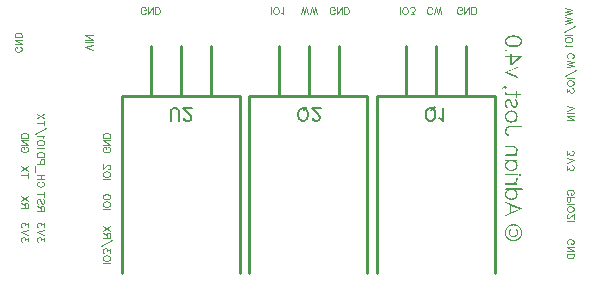
<source format=gbo>
G04 Layer: BottomSilkLayer*
G04 EasyEDA v6.3.53, 2020-07-05T11:12:03+02:00*
G04 cde15f3eeb0949078ea0d990088cac7f,f7dd187871414131b8e6a9aac608ee48,10*
G04 Gerber Generator version 0.2*
G04 Scale: 100 percent, Rotated: No, Reflected: No *
G04 Dimensions in millimeters *
G04 leading zeros omitted , absolute positions ,3 integer and 3 decimal *
%FSLAX33Y33*%
%MOMM*%
G90*
G71D02*

%ADD10C,0.254000*%
%ADD34C,0.076200*%
%ADD35C,0.152400*%

%LPD*%
G54D10*
G01X32529Y14947D02*
G01X32529Y-53D01*
G01X22529Y14947D02*
G01X32529Y14947D01*
G01X22529Y14947D02*
G01X22529Y-53D01*
G01X25019Y15113D02*
G01X25019Y19177D01*
G01X27559Y15113D02*
G01X27559Y19177D01*
G01X30099Y15113D02*
G01X30099Y19177D01*
G01X21734Y14947D02*
G01X21734Y-53D01*
G01X11734Y14947D02*
G01X21734Y14947D01*
G01X11734Y14947D02*
G01X11734Y-53D01*
G01X14224Y15113D02*
G01X14224Y19177D01*
G01X16764Y15113D02*
G01X16764Y19177D01*
G01X19304Y15113D02*
G01X19304Y19177D01*
G01X43324Y14947D02*
G01X43324Y-53D01*
G01X33324Y14947D02*
G01X43324Y14947D01*
G01X33324Y14947D02*
G01X33324Y-53D01*
G01X35814Y15113D02*
G01X35814Y19177D01*
G01X38354Y15113D02*
G01X38354Y19177D01*
G01X40894Y15113D02*
G01X40894Y19177D01*

%LPD*%
G36*
G01X45009Y20047D02*
G01X44907Y20050D01*
G01X44805Y20047D01*
G01X44709Y20036D01*
G01X44617Y20019D01*
G01X44531Y19994D01*
G01X44383Y19924D01*
G01X44272Y19827D01*
G01X44199Y19703D01*
G01X44175Y19555D01*
G01X44200Y19408D01*
G01X44272Y19286D01*
G01X44383Y19190D01*
G01X44531Y19121D01*
G01X44617Y19096D01*
G01X44709Y19078D01*
G01X44805Y19068D01*
G01X44907Y19065D01*
G01X45009Y19068D01*
G01X45106Y19078D01*
G01X45197Y19095D01*
G01X45283Y19118D01*
G01X45430Y19187D01*
G01X45542Y19283D01*
G01X45614Y19407D01*
G01X45638Y19555D01*
G01X45615Y19703D01*
G01X45544Y19827D01*
G01X45432Y19924D01*
G01X45283Y19994D01*
G01X45197Y20019D01*
G01X45106Y20036D01*
G01X45009Y20047D01*
G37*

%LPC*%
G36*
G01X45039Y19912D02*
G01X44907Y19918D01*
G01X44774Y19912D01*
G01X44657Y19895D01*
G01X44553Y19865D01*
G01X44465Y19824D01*
G01X44343Y19710D01*
G01X44302Y19555D01*
G01X44343Y19402D01*
G01X44465Y19288D01*
G01X44553Y19247D01*
G01X44657Y19218D01*
G01X44774Y19200D01*
G01X44907Y19194D01*
G01X45039Y19200D01*
G01X45158Y19218D01*
G01X45261Y19247D01*
G01X45351Y19288D01*
G01X45473Y19402D01*
G01X45514Y19555D01*
G01X45473Y19710D01*
G01X45351Y19824D01*
G01X45261Y19865D01*
G01X45158Y19895D01*
G01X45039Y19912D01*
G37*

%LPD*%
G36*
G01X44317Y18846D02*
G01X44274Y18846D01*
G01X44257Y18845D01*
G01X44242Y18842D01*
G01X44228Y18836D01*
G01X44216Y18829D01*
G01X44207Y18818D01*
G01X44201Y18806D01*
G01X44197Y18792D01*
G01X44196Y18775D01*
G01X44196Y18760D01*
G01X44197Y18744D01*
G01X44201Y18730D01*
G01X44207Y18719D01*
G01X44216Y18709D01*
G01X44228Y18700D01*
G01X44242Y18694D01*
G01X44257Y18690D01*
G01X44274Y18689D01*
G01X44317Y18689D01*
G01X44334Y18690D01*
G01X44349Y18694D01*
G01X44362Y18700D01*
G01X44373Y18709D01*
G01X44382Y18719D01*
G01X44389Y18730D01*
G01X44393Y18744D01*
G01X44394Y18760D01*
G01X44394Y18775D01*
G01X44393Y18792D01*
G01X44389Y18806D01*
G01X44382Y18818D01*
G01X44373Y18829D01*
G01X44362Y18836D01*
G01X44349Y18842D01*
G01X44334Y18845D01*
G01X44317Y18846D01*
G37*

%LPD*%
G36*
G01X44703Y18497D02*
G01X44691Y18498D01*
G01X44680Y18497D01*
G01X44669Y18494D01*
G01X44659Y18488D01*
G01X44650Y18481D01*
G01X44644Y18472D01*
G01X44639Y18463D01*
G01X44636Y18452D01*
G01X44635Y18440D01*
G01X44635Y18303D01*
G01X44256Y18303D01*
G01X44244Y18302D01*
G01X44233Y18298D01*
G01X44222Y18293D01*
G01X44213Y18285D01*
G01X44206Y18276D01*
G01X44200Y18265D01*
G01X44197Y18254D01*
G01X44196Y18242D01*
G01X44197Y18229D01*
G01X44200Y18217D01*
G01X44206Y18207D01*
G01X44213Y18199D01*
G01X44222Y18191D01*
G01X44233Y18185D01*
G01X44244Y18182D01*
G01X44256Y18181D01*
G01X44635Y18181D01*
G01X44635Y17584D01*
G01X44636Y17573D01*
G01X44639Y17562D01*
G01X44645Y17551D01*
G01X44653Y17541D01*
G01X44663Y17533D01*
G01X44675Y17528D01*
G01X44686Y17524D01*
G01X44698Y17523D01*
G01X44710Y17524D01*
G01X44720Y17527D01*
G01X44730Y17532D01*
G01X44739Y17538D01*
G01X45593Y18191D01*
G01X45604Y18201D01*
G01X45612Y18212D01*
G01X45616Y18226D01*
G01X45618Y18242D01*
G01X45617Y18255D01*
G01X45613Y18267D01*
G01X45608Y18278D01*
G01X45600Y18288D01*
G01X45591Y18294D01*
G01X45580Y18299D01*
G01X45569Y18302D01*
G01X45557Y18303D01*
G01X44749Y18303D01*
G01X44749Y18440D01*
G01X44748Y18452D01*
G01X44745Y18463D01*
G01X44739Y18472D01*
G01X44731Y18481D01*
G01X44723Y18488D01*
G01X44714Y18494D01*
G01X44703Y18497D01*
G37*

%LPC*%
G36*
G01X45399Y18181D02*
G01X44749Y18181D01*
G01X44749Y17691D01*
G01X45399Y18181D01*
G37*

%LPD*%
G36*
G01X45215Y17380D02*
G01X45204Y17381D01*
G01X45186Y17379D01*
G01X45177Y17377D01*
G01X45168Y17373D01*
G01X44234Y16974D01*
G01X44226Y16970D01*
G01X44219Y16965D01*
G01X44212Y16959D01*
G01X44206Y16951D01*
G01X44201Y16944D01*
G01X44198Y16936D01*
G01X44196Y16929D01*
G01X44196Y16921D01*
G01X44195Y16911D01*
G01X44196Y16901D01*
G01X44199Y16892D01*
G01X44203Y16883D01*
G01X44209Y16876D01*
G01X44216Y16870D01*
G01X44224Y16864D01*
G01X44234Y16860D01*
G01X45168Y16459D01*
G01X45171Y16459D01*
G01X45174Y16458D01*
G01X45185Y16455D01*
G01X45189Y16454D01*
G01X45196Y16454D01*
G01X45208Y16455D01*
G01X45220Y16457D01*
G01X45230Y16462D01*
G01X45239Y16469D01*
G01X45247Y16477D01*
G01X45253Y16488D01*
G01X45256Y16500D01*
G01X45257Y16515D01*
G01X45256Y16524D01*
G01X45254Y16533D01*
G01X45250Y16542D01*
G01X45245Y16550D01*
G01X45239Y16557D01*
G01X45225Y16569D01*
G01X45217Y16573D01*
G01X44394Y16918D01*
G01X45217Y17266D01*
G01X45225Y17270D01*
G01X45239Y17282D01*
G01X45245Y17289D01*
G01X45250Y17297D01*
G01X45254Y17306D01*
G01X45255Y17315D01*
G01X45255Y17325D01*
G01X45254Y17335D01*
G01X45251Y17345D01*
G01X45246Y17354D01*
G01X45239Y17363D01*
G01X45232Y17371D01*
G01X45224Y17376D01*
G01X45215Y17380D01*
G37*

%LPD*%
G36*
G01X44230Y15745D02*
G01X44201Y15748D01*
G01X44173Y15745D01*
G01X44144Y15740D01*
G01X44115Y15730D01*
G01X44086Y15717D01*
G01X44058Y15702D01*
G01X44033Y15685D01*
G01X44012Y15665D01*
G01X43992Y15643D01*
G01X43976Y15622D01*
G01X43964Y15600D01*
G01X43957Y15578D01*
G01X43954Y15557D01*
G01X43955Y15546D01*
G01X43957Y15536D01*
G01X43960Y15527D01*
G01X43964Y15519D01*
G01X43971Y15512D01*
G01X43979Y15508D01*
G01X43988Y15505D01*
G01X43997Y15504D01*
G01X44007Y15504D01*
G01X44015Y15506D01*
G01X44022Y15509D01*
G01X44028Y15514D01*
G01X44031Y15519D01*
G01X44035Y15527D01*
G01X44038Y15535D01*
G01X44041Y15544D01*
G01X44044Y15555D01*
G01X44048Y15564D01*
G01X44051Y15571D01*
G01X44053Y15577D01*
G01X44061Y15591D01*
G01X44071Y15602D01*
G01X44082Y15612D01*
G01X44094Y15621D01*
G01X44108Y15627D01*
G01X44123Y15632D01*
G01X44139Y15635D01*
G01X44155Y15636D01*
G01X44166Y15635D01*
G01X44175Y15633D01*
G01X44183Y15629D01*
G01X44190Y15623D01*
G01X44197Y15616D01*
G01X44202Y15608D01*
G01X44205Y15600D01*
G01X44206Y15590D01*
G01X44205Y15575D01*
G01X44201Y15562D01*
G01X44196Y15548D01*
G01X44188Y15537D01*
G01X44199Y15526D01*
G01X44210Y15518D01*
G01X44222Y15513D01*
G01X44236Y15511D01*
G01X44253Y15514D01*
G01X44270Y15521D01*
G01X44285Y15533D01*
G01X44300Y15549D01*
G01X44312Y15568D01*
G01X44320Y15587D01*
G01X44326Y15607D01*
G01X44328Y15628D01*
G01X44326Y15654D01*
G01X44319Y15676D01*
G01X44309Y15697D01*
G01X44295Y15714D01*
G01X44276Y15729D01*
G01X44254Y15739D01*
G01X44230Y15745D01*
G37*

%LPD*%
G36*
G01X45182Y15365D02*
G01X45171Y15367D01*
G01X45159Y15365D01*
G01X45148Y15362D01*
G01X45138Y15356D01*
G01X45130Y15349D01*
G01X45124Y15341D01*
G01X45119Y15331D01*
G01X45116Y15320D01*
G01X45115Y15308D01*
G01X45115Y15105D01*
G01X44434Y15105D01*
G01X44399Y15106D01*
G01X44370Y15112D01*
G01X44347Y15121D01*
G01X44330Y15133D01*
G01X44318Y15149D01*
G01X44309Y15167D01*
G01X44304Y15187D01*
G01X44302Y15209D01*
G01X44304Y15223D01*
G01X44305Y15231D01*
G01X44309Y15248D01*
G01X44311Y15255D01*
G01X44312Y15262D01*
G01X44312Y15267D01*
G01X44311Y15276D01*
G01X44309Y15285D01*
G01X44304Y15293D01*
G01X44297Y15300D01*
G01X44289Y15306D01*
G01X44281Y15310D01*
G01X44271Y15312D01*
G01X44262Y15313D01*
G01X44248Y15311D01*
G01X44236Y15305D01*
G01X44225Y15294D01*
G01X44216Y15280D01*
G01X44207Y15263D01*
G01X44201Y15245D01*
G01X44197Y15225D01*
G01X44196Y15204D01*
G01X44196Y15177D01*
G01X44198Y15151D01*
G01X44201Y15127D01*
G01X44206Y15105D01*
G01X44213Y15084D01*
G01X44226Y15063D01*
G01X44244Y15043D01*
G01X44267Y15024D01*
G01X44296Y15006D01*
G01X44333Y14993D01*
G01X44377Y14986D01*
G01X44429Y14983D01*
G01X45115Y14983D01*
G01X45115Y14836D01*
G01X45116Y14823D01*
G01X45120Y14812D01*
G01X45125Y14802D01*
G01X45133Y14792D01*
G01X45141Y14786D01*
G01X45151Y14781D01*
G01X45161Y14778D01*
G01X45173Y14777D01*
G01X45185Y14778D01*
G01X45195Y14781D01*
G01X45205Y14786D01*
G01X45214Y14792D01*
G01X45221Y14802D01*
G01X45226Y14812D01*
G01X45228Y14823D01*
G01X45229Y14836D01*
G01X45229Y14983D01*
G01X45455Y14983D01*
G01X45468Y14984D01*
G01X45479Y14988D01*
G01X45489Y14993D01*
G01X45499Y15001D01*
G01X45506Y15010D01*
G01X45512Y15021D01*
G01X45515Y15032D01*
G01X45516Y15044D01*
G01X45515Y15057D01*
G01X45512Y15069D01*
G01X45506Y15078D01*
G01X45499Y15087D01*
G01X45489Y15095D01*
G01X45479Y15100D01*
G01X45468Y15104D01*
G01X45455Y15105D01*
G01X45229Y15105D01*
G01X45229Y15308D01*
G01X45228Y15319D01*
G01X45225Y15329D01*
G01X45219Y15340D01*
G01X45212Y15349D01*
G01X45202Y15356D01*
G01X45193Y15362D01*
G01X45182Y15365D01*
G37*

%LPD*%
G36*
G01X44510Y14650D02*
G01X44465Y14653D01*
G01X44346Y14626D01*
G01X44254Y14546D01*
G01X44195Y14429D01*
G01X44175Y14284D01*
G01X44187Y14167D01*
G01X44221Y14061D01*
G01X44279Y13970D01*
G01X44361Y13891D01*
G01X44373Y13883D01*
G01X44384Y13878D01*
G01X44395Y13874D01*
G01X44404Y13873D01*
G01X44417Y13875D01*
G01X44428Y13880D01*
G01X44437Y13889D01*
G01X44444Y13901D01*
G01X44450Y13908D01*
G01X44454Y13916D01*
G01X44456Y13924D01*
G01X44457Y13934D01*
G01X44456Y13945D01*
G01X44452Y13956D01*
G01X44446Y13967D01*
G01X44437Y13977D01*
G01X44368Y14042D01*
G01X44319Y14117D01*
G01X44289Y14202D01*
G01X44279Y14297D01*
G01X44282Y14344D01*
G01X44291Y14388D01*
G01X44305Y14429D01*
G01X44325Y14467D01*
G01X44350Y14498D01*
G01X44381Y14521D01*
G01X44416Y14534D01*
G01X44457Y14538D01*
G01X44498Y14534D01*
G01X44533Y14522D01*
G01X44562Y14501D01*
G01X44587Y14472D01*
G01X44606Y14435D01*
G01X44625Y14391D01*
G01X44642Y14341D01*
G01X44658Y14284D01*
G01X44707Y14135D01*
G01X44770Y14020D01*
G01X44808Y13978D01*
G01X44854Y13948D01*
G01X44908Y13930D01*
G01X44970Y13924D01*
G01X45011Y13927D01*
G01X45049Y13936D01*
G01X45086Y13951D01*
G01X45120Y13972D01*
G01X45151Y13997D01*
G01X45178Y14026D01*
G01X45202Y14060D01*
G01X45222Y14099D01*
G01X45237Y14140D01*
G01X45249Y14183D01*
G01X45255Y14230D01*
G01X45257Y14279D01*
G01X45255Y14324D01*
G01X45249Y14368D01*
G01X45238Y14412D01*
G01X45224Y14457D01*
G01X45205Y14499D01*
G01X45181Y14538D01*
G01X45152Y14574D01*
G01X45118Y14607D01*
G01X45110Y14615D01*
G01X45101Y14620D01*
G01X45090Y14624D01*
G01X45077Y14625D01*
G01X45066Y14623D01*
G01X45055Y14620D01*
G01X45044Y14613D01*
G01X45034Y14605D01*
G01X45029Y14597D01*
G01X45026Y14589D01*
G01X45024Y14580D01*
G01X45024Y14569D01*
G01X45025Y14559D01*
G01X45028Y14550D01*
G01X45032Y14542D01*
G01X45039Y14533D01*
G01X45065Y14507D01*
G01X45088Y14479D01*
G01X45107Y14449D01*
G01X45123Y14417D01*
G01X45135Y14383D01*
G01X45143Y14347D01*
G01X45149Y14310D01*
G01X45151Y14272D01*
G01X45147Y14227D01*
G01X45139Y14184D01*
G01X45125Y14145D01*
G01X45105Y14109D01*
G01X45080Y14079D01*
G01X45050Y14058D01*
G01X45014Y14045D01*
G01X44973Y14041D01*
G01X44935Y14047D01*
G01X44901Y14061D01*
G01X44872Y14084D01*
G01X44848Y14114D01*
G01X44827Y14154D01*
G01X44807Y14201D01*
G01X44788Y14257D01*
G01X44770Y14320D01*
G01X44756Y14371D01*
G01X44742Y14417D01*
G01X44727Y14459D01*
G01X44711Y14495D01*
G01X44693Y14528D01*
G01X44672Y14558D01*
G01X44647Y14585D01*
G01X44620Y14610D01*
G01X44588Y14628D01*
G01X44552Y14642D01*
G01X44510Y14650D01*
G37*

%LPD*%
G36*
G01X44861Y13683D02*
G01X44716Y13700D01*
G01X44571Y13683D01*
G01X44439Y13632D01*
G01X44329Y13552D01*
G01X44246Y13446D01*
G01X44193Y13322D01*
G01X44175Y13185D01*
G01X44193Y13047D01*
G01X44246Y12923D01*
G01X44329Y12818D01*
G01X44439Y12738D01*
G01X44571Y12688D01*
G01X44716Y12672D01*
G01X44861Y12688D01*
G01X44993Y12738D01*
G01X45102Y12818D01*
G01X45186Y12923D01*
G01X45239Y13047D01*
G01X45257Y13185D01*
G01X45239Y13322D01*
G01X45186Y13446D01*
G01X45102Y13552D01*
G01X44993Y13632D01*
G01X44861Y13683D01*
G37*

%LPC*%
G36*
G01X44776Y13575D02*
G01X44716Y13578D01*
G01X44657Y13575D01*
G01X44600Y13566D01*
G01X44546Y13550D01*
G01X44495Y13528D01*
G01X44450Y13500D01*
G01X44409Y13467D01*
G01X44373Y13428D01*
G01X44343Y13385D01*
G01X44319Y13339D01*
G01X44303Y13289D01*
G01X44293Y13238D01*
G01X44289Y13185D01*
G01X44293Y13131D01*
G01X44304Y13081D01*
G01X44321Y13032D01*
G01X44345Y12987D01*
G01X44376Y12944D01*
G01X44411Y12907D01*
G01X44452Y12873D01*
G01X44498Y12844D01*
G01X44549Y12822D01*
G01X44602Y12806D01*
G01X44658Y12797D01*
G01X44716Y12793D01*
G01X44776Y12797D01*
G01X44832Y12806D01*
G01X44885Y12822D01*
G01X44935Y12844D01*
G01X44981Y12873D01*
G01X45023Y12906D01*
G01X45059Y12944D01*
G01X45090Y12987D01*
G01X45114Y13032D01*
G01X45131Y13081D01*
G01X45142Y13131D01*
G01X45145Y13185D01*
G01X45142Y13238D01*
G01X45131Y13289D01*
G01X45114Y13339D01*
G01X45090Y13385D01*
G01X45059Y13428D01*
G01X45023Y13467D01*
G01X44981Y13500D01*
G01X44935Y13528D01*
G01X44885Y13550D01*
G01X44832Y13566D01*
G01X44776Y13575D01*
G37*

%LPD*%
G36*
G01X45557Y12390D02*
G01X44610Y12390D01*
G01X44549Y12386D01*
G01X44492Y12375D01*
G01X44437Y12357D01*
G01X44386Y12331D01*
G01X44339Y12300D01*
G01X44298Y12264D01*
G01X44262Y12221D01*
G01X44231Y12174D01*
G01X44207Y12122D01*
G01X44189Y12067D01*
G01X44179Y12008D01*
G01X44175Y11945D01*
G01X44180Y11884D01*
G01X44193Y11826D01*
G01X44215Y11771D01*
G01X44246Y11719D01*
G01X44328Y11629D01*
G01X44434Y11562D01*
G01X44442Y11557D01*
G01X44450Y11554D01*
G01X44457Y11552D01*
G01X44465Y11551D01*
G01X44477Y11552D01*
G01X44488Y11557D01*
G01X44497Y11563D01*
G01X44513Y11581D01*
G01X44519Y11591D01*
G01X44522Y11601D01*
G01X44523Y11612D01*
G01X44521Y11628D01*
G01X44514Y11643D01*
G01X44503Y11656D01*
G01X44488Y11668D01*
G01X44446Y11691D01*
G01X44409Y11717D01*
G01X44377Y11746D01*
G01X44348Y11780D01*
G01X44326Y11818D01*
G01X44310Y11858D01*
G01X44300Y11900D01*
G01X44297Y11945D01*
G01X44319Y12072D01*
G01X44383Y12174D01*
G01X44483Y12238D01*
G01X44610Y12260D01*
G01X45557Y12260D01*
G01X45569Y12261D01*
G01X45580Y12265D01*
G01X45591Y12270D01*
G01X45600Y12278D01*
G01X45608Y12289D01*
G01X45613Y12300D01*
G01X45617Y12312D01*
G01X45618Y12326D01*
G01X45617Y12339D01*
G01X45613Y12352D01*
G01X45608Y12362D01*
G01X45600Y12372D01*
G01X45591Y12379D01*
G01X45580Y12385D01*
G01X45569Y12389D01*
G01X45557Y12390D01*
G37*

%LPD*%
G36*
G01X44853Y10703D02*
G01X44256Y10703D01*
G01X44244Y10702D01*
G01X44233Y10698D01*
G01X44222Y10693D01*
G01X44213Y10685D01*
G01X44206Y10676D01*
G01X44200Y10665D01*
G01X44197Y10654D01*
G01X44196Y10642D01*
G01X44197Y10630D01*
G01X44200Y10619D01*
G01X44206Y10608D01*
G01X44213Y10599D01*
G01X44222Y10591D01*
G01X44233Y10586D01*
G01X44244Y10582D01*
G01X44256Y10581D01*
G01X44848Y10581D01*
G01X44911Y10577D01*
G01X44968Y10564D01*
G01X45018Y10544D01*
G01X45062Y10515D01*
G01X45098Y10478D01*
G01X45125Y10431D01*
G01X45140Y10376D01*
G01X45145Y10312D01*
G01X45143Y10269D01*
G01X45135Y10228D01*
G01X45123Y10186D01*
G01X45105Y10147D01*
G01X45083Y10109D01*
G01X45057Y10076D01*
G01X45028Y10046D01*
G01X44996Y10020D01*
G01X44961Y9998D01*
G01X44924Y9984D01*
G01X44887Y9975D01*
G01X44848Y9972D01*
G01X44256Y9972D01*
G01X44244Y9971D01*
G01X44233Y9967D01*
G01X44222Y9961D01*
G01X44213Y9954D01*
G01X44206Y9945D01*
G01X44200Y9934D01*
G01X44197Y9923D01*
G01X44196Y9911D01*
G01X44197Y9897D01*
G01X44200Y9885D01*
G01X44206Y9875D01*
G01X44213Y9865D01*
G01X44222Y9858D01*
G01X44233Y9854D01*
G01X44244Y9851D01*
G01X44256Y9850D01*
G01X45166Y9850D01*
G01X45179Y9851D01*
G01X45191Y9853D01*
G01X45202Y9858D01*
G01X45212Y9865D01*
G01X45218Y9875D01*
G01X45223Y9885D01*
G01X45226Y9897D01*
G01X45227Y9911D01*
G01X45226Y9923D01*
G01X45223Y9934D01*
G01X45218Y9945D01*
G01X45212Y9954D01*
G01X45202Y9961D01*
G01X45191Y9967D01*
G01X45179Y9971D01*
G01X45166Y9972D01*
G01X45054Y9972D01*
G01X45097Y10002D01*
G01X45135Y10038D01*
G01X45170Y10080D01*
G01X45201Y10129D01*
G01X45226Y10180D01*
G01X45244Y10232D01*
G01X45254Y10284D01*
G01X45257Y10337D01*
G01X45230Y10502D01*
G01X45148Y10617D01*
G01X45018Y10681D01*
G01X44853Y10703D01*
G37*

%LPD*%
G36*
G01X45171Y9530D02*
G01X44256Y9530D01*
G01X44244Y9529D01*
G01X44233Y9525D01*
G01X44222Y9519D01*
G01X44213Y9512D01*
G01X44206Y9503D01*
G01X44200Y9492D01*
G01X44197Y9481D01*
G01X44196Y9469D01*
G01X44197Y9456D01*
G01X44200Y9445D01*
G01X44206Y9435D01*
G01X44213Y9425D01*
G01X44222Y9418D01*
G01X44233Y9412D01*
G01X44244Y9409D01*
G01X44256Y9408D01*
G01X44394Y9408D01*
G01X44349Y9379D01*
G01X44309Y9344D01*
G01X44272Y9303D01*
G01X44239Y9255D01*
G01X44211Y9203D01*
G01X44191Y9149D01*
G01X44179Y9093D01*
G01X44175Y9034D01*
G01X44193Y8904D01*
G01X44246Y8788D01*
G01X44331Y8692D01*
G01X44442Y8618D01*
G01X44573Y8572D01*
G01X44719Y8557D01*
G01X44866Y8573D01*
G01X44998Y8620D01*
G01X45107Y8693D01*
G01X45189Y8790D01*
G01X45240Y8905D01*
G01X45257Y9032D01*
G01X45254Y9091D01*
G01X45242Y9149D01*
G01X45224Y9203D01*
G01X45199Y9255D01*
G01X45167Y9303D01*
G01X45131Y9344D01*
G01X45090Y9379D01*
G01X45044Y9408D01*
G01X45171Y9408D01*
G01X45183Y9409D01*
G01X45195Y9412D01*
G01X45206Y9418D01*
G01X45217Y9425D01*
G01X45224Y9435D01*
G01X45230Y9445D01*
G01X45233Y9456D01*
G01X45234Y9469D01*
G01X45233Y9481D01*
G01X45230Y9492D01*
G01X45224Y9503D01*
G01X45217Y9512D01*
G01X45206Y9519D01*
G01X45195Y9525D01*
G01X45183Y9529D01*
G01X45171Y9530D01*
G37*

%LPC*%
G36*
G01X44777Y9412D02*
G01X44719Y9415D01*
G01X44659Y9412D01*
G01X44603Y9403D01*
G01X44550Y9388D01*
G01X44500Y9367D01*
G01X44454Y9342D01*
G01X44412Y9311D01*
G01X44376Y9276D01*
G01X44345Y9235D01*
G01X44321Y9192D01*
G01X44304Y9146D01*
G01X44293Y9098D01*
G01X44289Y9047D01*
G01X44293Y8994D01*
G01X44304Y8944D01*
G01X44321Y8898D01*
G01X44345Y8854D01*
G01X44376Y8814D01*
G01X44412Y8779D01*
G01X44454Y8748D01*
G01X44500Y8722D01*
G01X44550Y8702D01*
G01X44603Y8687D01*
G01X44659Y8679D01*
G01X44719Y8676D01*
G01X44778Y8679D01*
G01X44835Y8688D01*
G01X44887Y8703D01*
G01X44937Y8724D01*
G01X44983Y8751D01*
G01X45024Y8782D01*
G01X45059Y8817D01*
G01X45090Y8856D01*
G01X45114Y8900D01*
G01X45131Y8946D01*
G01X45142Y8995D01*
G01X45145Y9047D01*
G01X45142Y9098D01*
G01X45131Y9146D01*
G01X45114Y9192D01*
G01X45090Y9235D01*
G01X45059Y9276D01*
G01X45023Y9311D01*
G01X44981Y9342D01*
G01X44935Y9367D01*
G01X44885Y9388D01*
G01X44833Y9403D01*
G01X44777Y9412D01*
G37*

%LPD*%
G36*
G01X45191Y8308D02*
G01X44256Y8308D01*
G01X44244Y8307D01*
G01X44233Y8303D01*
G01X44222Y8298D01*
G01X44213Y8290D01*
G01X44206Y8281D01*
G01X44200Y8272D01*
G01X44197Y8260D01*
G01X44196Y8247D01*
G01X44197Y8235D01*
G01X44200Y8224D01*
G01X44206Y8213D01*
G01X44213Y8204D01*
G01X44222Y8196D01*
G01X44233Y8190D01*
G01X44244Y8187D01*
G01X44256Y8186D01*
G01X45191Y8186D01*
G01X45203Y8187D01*
G01X45215Y8190D01*
G01X45225Y8196D01*
G01X45234Y8204D01*
G01X45242Y8213D01*
G01X45248Y8224D01*
G01X45251Y8235D01*
G01X45252Y8247D01*
G01X45251Y8260D01*
G01X45248Y8272D01*
G01X45242Y8281D01*
G01X45234Y8290D01*
G01X45225Y8298D01*
G01X45215Y8303D01*
G01X45203Y8307D01*
G01X45191Y8308D01*
G37*

%LPD*%
G36*
G01X45483Y8331D02*
G01X45463Y8331D01*
G01X45446Y8330D01*
G01X45431Y8326D01*
G01X45418Y8319D01*
G01X45407Y8310D01*
G01X45399Y8298D01*
G01X45394Y8283D01*
G01X45390Y8266D01*
G01X45389Y8247D01*
G01X45390Y8228D01*
G01X45394Y8211D01*
G01X45399Y8196D01*
G01X45407Y8183D01*
G01X45418Y8174D01*
G01X45431Y8168D01*
G01X45446Y8165D01*
G01X45463Y8163D01*
G01X45483Y8163D01*
G01X45501Y8165D01*
G01X45516Y8169D01*
G01X45529Y8176D01*
G01X45539Y8186D01*
G01X45548Y8199D01*
G01X45554Y8213D01*
G01X45558Y8230D01*
G01X45559Y8249D01*
G01X45555Y8285D01*
G01X45541Y8310D01*
G01X45517Y8326D01*
G01X45483Y8331D01*
G37*

%LPD*%
G36*
G01X45209Y7998D02*
G01X45194Y8001D01*
G01X45181Y7999D01*
G01X45168Y7996D01*
G01X45158Y7990D01*
G01X45148Y7983D01*
G01X45140Y7975D01*
G01X45135Y7965D01*
G01X45131Y7956D01*
G01X45130Y7945D01*
G01X45131Y7939D01*
G01X45133Y7929D01*
G01X45136Y7918D01*
G01X45140Y7904D01*
G01X45145Y7890D01*
G01X45148Y7876D01*
G01X45150Y7862D01*
G01X45151Y7848D01*
G01X45147Y7811D01*
G01X45136Y7774D01*
G01X45118Y7737D01*
G01X45092Y7701D01*
G01X45061Y7665D01*
G01X45026Y7632D01*
G01X44986Y7604D01*
G01X44942Y7579D01*
G01X44897Y7558D01*
G01X44851Y7543D01*
G01X44805Y7534D01*
G01X44759Y7531D01*
G01X44256Y7531D01*
G01X44244Y7530D01*
G01X44233Y7526D01*
G01X44222Y7520D01*
G01X44213Y7513D01*
G01X44206Y7504D01*
G01X44200Y7493D01*
G01X44197Y7482D01*
G01X44196Y7470D01*
G01X44197Y7456D01*
G01X44200Y7445D01*
G01X44206Y7435D01*
G01X44213Y7426D01*
G01X44222Y7419D01*
G01X44233Y7413D01*
G01X44244Y7410D01*
G01X44256Y7409D01*
G01X45166Y7409D01*
G01X45179Y7410D01*
G01X45191Y7413D01*
G01X45202Y7419D01*
G01X45212Y7426D01*
G01X45218Y7435D01*
G01X45223Y7445D01*
G01X45226Y7456D01*
G01X45227Y7470D01*
G01X45226Y7482D01*
G01X45223Y7493D01*
G01X45218Y7504D01*
G01X45212Y7513D01*
G01X45202Y7520D01*
G01X45191Y7526D01*
G01X45179Y7530D01*
G01X45166Y7531D01*
G01X44988Y7531D01*
G01X45044Y7557D01*
G01X45095Y7589D01*
G01X45140Y7626D01*
G01X45181Y7670D01*
G01X45215Y7721D01*
G01X45238Y7774D01*
G01X45253Y7832D01*
G01X45257Y7894D01*
G01X45256Y7914D01*
G01X45254Y7932D01*
G01X45249Y7951D01*
G01X45242Y7967D01*
G01X45233Y7982D01*
G01X45222Y7992D01*
G01X45209Y7998D01*
G37*

%LPD*%
G36*
G01X45638Y7089D02*
G01X44256Y7089D01*
G01X44244Y7088D01*
G01X44233Y7084D01*
G01X44222Y7078D01*
G01X44213Y7071D01*
G01X44206Y7062D01*
G01X44200Y7053D01*
G01X44197Y7041D01*
G01X44196Y7028D01*
G01X44197Y7015D01*
G01X44200Y7004D01*
G01X44206Y6994D01*
G01X44213Y6985D01*
G01X44222Y6977D01*
G01X44233Y6971D01*
G01X44244Y6968D01*
G01X44256Y6967D01*
G01X44399Y6967D01*
G01X44353Y6938D01*
G01X44312Y6904D01*
G01X44275Y6864D01*
G01X44241Y6817D01*
G01X44212Y6765D01*
G01X44192Y6710D01*
G01X44179Y6653D01*
G01X44175Y6593D01*
G01X44193Y6465D01*
G01X44246Y6350D01*
G01X44329Y6253D01*
G01X44439Y6179D01*
G01X44571Y6132D01*
G01X44719Y6116D01*
G01X44864Y6132D01*
G01X44993Y6179D01*
G01X45104Y6253D01*
G01X45189Y6350D01*
G01X45240Y6464D01*
G01X45257Y6591D01*
G01X45254Y6649D01*
G01X45242Y6706D01*
G01X45224Y6760D01*
G01X45199Y6812D01*
G01X45166Y6860D01*
G01X45130Y6901D01*
G01X45089Y6937D01*
G01X45044Y6967D01*
G01X45638Y6967D01*
G01X45650Y6968D01*
G01X45662Y6971D01*
G01X45672Y6977D01*
G01X45681Y6985D01*
G01X45689Y6994D01*
G01X45695Y7004D01*
G01X45698Y7015D01*
G01X45699Y7028D01*
G01X45698Y7041D01*
G01X45695Y7053D01*
G01X45689Y7062D01*
G01X45681Y7071D01*
G01X45672Y7078D01*
G01X45662Y7084D01*
G01X45650Y7088D01*
G01X45638Y7089D01*
G37*

%LPC*%
G36*
G01X44777Y6971D02*
G01X44719Y6974D01*
G01X44659Y6971D01*
G01X44602Y6963D01*
G01X44549Y6948D01*
G01X44498Y6929D01*
G01X44451Y6902D01*
G01X44409Y6872D01*
G01X44373Y6836D01*
G01X44343Y6797D01*
G01X44319Y6752D01*
G01X44303Y6706D01*
G01X44293Y6657D01*
G01X44289Y6606D01*
G01X44293Y6554D01*
G01X44304Y6505D01*
G01X44321Y6459D01*
G01X44345Y6416D01*
G01X44376Y6376D01*
G01X44411Y6340D01*
G01X44452Y6310D01*
G01X44498Y6283D01*
G01X44549Y6262D01*
G01X44602Y6247D01*
G01X44659Y6238D01*
G01X44719Y6235D01*
G01X44777Y6238D01*
G01X44833Y6247D01*
G01X44885Y6262D01*
G01X44935Y6283D01*
G01X44981Y6310D01*
G01X45023Y6340D01*
G01X45059Y6376D01*
G01X45090Y6416D01*
G01X45114Y6459D01*
G01X45131Y6505D01*
G01X45142Y6554D01*
G01X45145Y6606D01*
G01X45142Y6657D01*
G01X45131Y6706D01*
G01X45114Y6752D01*
G01X45090Y6797D01*
G01X45059Y6836D01*
G01X45023Y6872D01*
G01X44981Y6902D01*
G01X44935Y6929D01*
G01X44885Y6948D01*
G01X44833Y6963D01*
G01X44777Y6971D01*
G37*

%LPD*%
G36*
G01X44263Y5964D02*
G01X44251Y5966D01*
G01X44239Y5965D01*
G01X44229Y5961D01*
G01X44219Y5956D01*
G01X44211Y5948D01*
G01X44203Y5938D01*
G01X44198Y5927D01*
G01X44194Y5916D01*
G01X44193Y5905D01*
G01X44194Y5895D01*
G01X44196Y5886D01*
G01X44200Y5878D01*
G01X44206Y5869D01*
G01X44211Y5862D01*
G01X44218Y5856D01*
G01X44225Y5851D01*
G01X44234Y5847D01*
G01X44607Y5694D01*
G01X44607Y5034D01*
G01X44234Y4881D01*
G01X44216Y4872D01*
G01X44203Y4861D01*
G01X44196Y4846D01*
G01X44193Y4828D01*
G01X44194Y4815D01*
G01X44197Y4803D01*
G01X44202Y4793D01*
G01X44208Y4785D01*
G01X44215Y4778D01*
G01X44224Y4774D01*
G01X44235Y4771D01*
G01X44246Y4770D01*
G01X44272Y4770D01*
G01X45582Y5308D01*
G01X45600Y5318D01*
G01X45613Y5331D01*
G01X45620Y5348D01*
G01X45623Y5369D01*
G01X45622Y5379D01*
G01X45620Y5388D01*
G01X45617Y5396D01*
G01X45613Y5405D01*
G01X45607Y5412D01*
G01X45600Y5418D01*
G01X45592Y5423D01*
G01X45582Y5427D01*
G01X44277Y5961D01*
G01X44270Y5963D01*
G01X44263Y5964D01*
G37*

%LPC*%
G36*
G01X45420Y5359D02*
G01X44726Y5643D01*
G01X44726Y5080D01*
G01X45420Y5359D01*
G37*

%LPD*%
G36*
G01X45005Y4057D02*
G01X44907Y4064D01*
G01X44809Y4057D01*
G01X44715Y4039D01*
G01X44626Y4009D01*
G01X44541Y3967D01*
G01X44394Y3854D01*
G01X44282Y3708D01*
G01X44242Y3624D01*
G01X44213Y3535D01*
G01X44196Y3443D01*
G01X44190Y3347D01*
G01X44196Y3252D01*
G01X44213Y3161D01*
G01X44242Y3073D01*
G01X44282Y2989D01*
G01X44333Y2911D01*
G01X44394Y2841D01*
G01X44463Y2780D01*
G01X44541Y2727D01*
G01X44626Y2685D01*
G01X44715Y2655D01*
G01X44809Y2637D01*
G01X44907Y2631D01*
G01X45005Y2637D01*
G01X45099Y2655D01*
G01X45188Y2685D01*
G01X45272Y2727D01*
G01X45420Y2840D01*
G01X45532Y2987D01*
G01X45572Y3071D01*
G01X45600Y3159D01*
G01X45617Y3251D01*
G01X45623Y3347D01*
G01X45617Y3443D01*
G01X45600Y3535D01*
G01X45572Y3624D01*
G01X45532Y3708D01*
G01X45420Y3854D01*
G01X45272Y3967D01*
G01X45188Y4009D01*
G01X45099Y4039D01*
G01X45005Y4057D01*
G37*

%LPC*%
G36*
G01X45074Y3946D02*
G01X44907Y3967D01*
G01X44739Y3946D01*
G01X44589Y3883D01*
G01X44463Y3785D01*
G01X44368Y3657D01*
G01X44307Y3510D01*
G01X44287Y3347D01*
G01X44307Y3186D01*
G01X44368Y3037D01*
G01X44463Y2911D01*
G01X44589Y2814D01*
G01X44739Y2751D01*
G01X44907Y2730D01*
G01X45074Y2751D01*
G01X45224Y2814D01*
G01X45351Y2911D01*
G01X45448Y3037D01*
G01X45509Y3186D01*
G01X45529Y3347D01*
G01X45509Y3510D01*
G01X45448Y3657D01*
G01X45351Y3785D01*
G01X45224Y3883D01*
G01X45074Y3946D01*
G37*

%LPD*%
G36*
G01X44626Y3641D02*
G01X44617Y3642D01*
G01X44611Y3641D01*
G01X44604Y3640D01*
G01X44598Y3639D01*
G01X44592Y3637D01*
G01X44586Y3633D01*
G01X44581Y3629D01*
G01X44575Y3624D01*
G01X44571Y3619D01*
G01X44542Y3564D01*
G01X44522Y3507D01*
G01X44509Y3447D01*
G01X44505Y3385D01*
G01X44509Y3327D01*
G01X44519Y3272D01*
G01X44535Y3221D01*
G01X44559Y3172D01*
G01X44587Y3127D01*
G01X44620Y3088D01*
G01X44658Y3054D01*
G01X44701Y3025D01*
G01X44748Y3001D01*
G01X44798Y2985D01*
G01X44851Y2975D01*
G01X44907Y2971D01*
G01X44962Y2975D01*
G01X45013Y2985D01*
G01X45063Y3001D01*
G01X45110Y3025D01*
G01X45153Y3053D01*
G01X45192Y3086D01*
G01X45226Y3125D01*
G01X45255Y3169D01*
G01X45278Y3218D01*
G01X45295Y3271D01*
G01X45304Y3326D01*
G01X45308Y3385D01*
G01X45307Y3417D01*
G01X45303Y3448D01*
G01X45298Y3479D01*
G01X45290Y3510D01*
G01X45281Y3539D01*
G01X45269Y3567D01*
G01X45255Y3593D01*
G01X45239Y3616D01*
G01X45232Y3628D01*
G01X45222Y3635D01*
G01X45210Y3640D01*
G01X45196Y3642D01*
G01X45188Y3641D01*
G01X45179Y3639D01*
G01X45171Y3636D01*
G01X45163Y3632D01*
G01X45155Y3624D01*
G01X45148Y3614D01*
G01X45144Y3603D01*
G01X45143Y3591D01*
G01X45143Y3581D01*
G01X45145Y3573D01*
G01X45147Y3566D01*
G01X45151Y3561D01*
G01X45174Y3518D01*
G01X45191Y3475D01*
G01X45200Y3431D01*
G01X45204Y3385D01*
G01X45183Y3259D01*
G01X45120Y3162D01*
G01X45075Y3126D01*
G01X45025Y3101D01*
G01X44969Y3086D01*
G01X44907Y3081D01*
G01X44844Y3086D01*
G01X44787Y3101D01*
G01X44737Y3126D01*
G01X44693Y3162D01*
G01X44630Y3259D01*
G01X44610Y3385D01*
G01X44613Y3430D01*
G01X44622Y3474D01*
G01X44638Y3517D01*
G01X44664Y3569D01*
G01X44666Y3577D01*
G01X44668Y3591D01*
G01X44667Y3603D01*
G01X44663Y3614D01*
G01X44657Y3624D01*
G01X44648Y3632D01*
G01X44641Y3636D01*
G01X44633Y3639D01*
G01X44626Y3641D01*
G37*

%LPD*%
G54D34*
G01X49541Y2361D02*
G01X49483Y2389D01*
G01X49426Y2447D01*
G01X49397Y2505D01*
G01X49397Y2620D01*
G01X49426Y2678D01*
G01X49483Y2736D01*
G01X49541Y2765D01*
G01X49628Y2794D01*
G01X49772Y2794D01*
G01X49859Y2765D01*
G01X49916Y2736D01*
G01X49974Y2678D01*
G01X50003Y2620D01*
G01X50003Y2505D01*
G01X49974Y2447D01*
G01X49916Y2389D01*
G01X49859Y2361D01*
G01X49772Y2361D01*
G01X49772Y2505D02*
G01X49772Y2361D01*
G01X49397Y2170D02*
G01X50003Y2170D01*
G01X49397Y2170D02*
G01X50003Y1766D01*
G01X49397Y1766D02*
G01X50003Y1766D01*
G01X49397Y1575D02*
G01X50003Y1575D01*
G01X49397Y1575D02*
G01X49397Y1373D01*
G01X49426Y1287D01*
G01X49483Y1229D01*
G01X49541Y1200D01*
G01X49628Y1171D01*
G01X49772Y1171D01*
G01X49859Y1200D01*
G01X49916Y1229D01*
G01X49974Y1287D01*
G01X50003Y1373D01*
G01X50003Y1575D01*
G01X49541Y6552D02*
G01X49483Y6580D01*
G01X49426Y6638D01*
G01X49397Y6696D01*
G01X49397Y6811D01*
G01X49426Y6869D01*
G01X49483Y6927D01*
G01X49541Y6956D01*
G01X49628Y6985D01*
G01X49772Y6985D01*
G01X49859Y6956D01*
G01X49916Y6927D01*
G01X49974Y6869D01*
G01X50003Y6811D01*
G01X50003Y6696D01*
G01X49974Y6638D01*
G01X49916Y6580D01*
G01X49859Y6552D01*
G01X49772Y6552D01*
G01X49772Y6696D02*
G01X49772Y6552D01*
G01X49397Y6361D02*
G01X50003Y6361D01*
G01X49397Y6361D02*
G01X49397Y6101D01*
G01X49426Y6015D01*
G01X49454Y5986D01*
G01X49512Y5957D01*
G01X49599Y5957D01*
G01X49657Y5986D01*
G01X49685Y6015D01*
G01X49714Y6101D01*
G01X49714Y6361D01*
G01X49397Y5766D02*
G01X50003Y5766D01*
G01X49397Y5403D02*
G01X49426Y5461D01*
G01X49483Y5518D01*
G01X49541Y5547D01*
G01X49628Y5576D01*
G01X49772Y5576D01*
G01X49859Y5547D01*
G01X49916Y5518D01*
G01X49974Y5461D01*
G01X50003Y5403D01*
G01X50003Y5287D01*
G01X49974Y5230D01*
G01X49916Y5172D01*
G01X49859Y5143D01*
G01X49772Y5114D01*
G01X49628Y5114D01*
G01X49541Y5143D01*
G01X49483Y5172D01*
G01X49426Y5230D01*
G01X49397Y5287D01*
G01X49397Y5403D01*
G01X49541Y4895D02*
G01X49512Y4895D01*
G01X49454Y4866D01*
G01X49426Y4837D01*
G01X49397Y4779D01*
G01X49397Y4664D01*
G01X49426Y4606D01*
G01X49454Y4577D01*
G01X49512Y4548D01*
G01X49570Y4548D01*
G01X49628Y4577D01*
G01X49714Y4635D01*
G01X50003Y4924D01*
G01X50003Y4520D01*
G01X49397Y4329D02*
G01X50003Y4329D01*
G01X49397Y10229D02*
G01X49397Y9911D01*
G01X49628Y10084D01*
G01X49628Y9998D01*
G01X49657Y9940D01*
G01X49685Y9911D01*
G01X49772Y9882D01*
G01X49830Y9882D01*
G01X49916Y9911D01*
G01X49974Y9969D01*
G01X50003Y10056D01*
G01X50003Y10142D01*
G01X49974Y10229D01*
G01X49945Y10258D01*
G01X49887Y10287D01*
G01X49397Y9692D02*
G01X50003Y9461D01*
G01X49397Y9230D02*
G01X50003Y9461D01*
G01X49397Y8982D02*
G01X49397Y8664D01*
G01X49628Y8838D01*
G01X49628Y8751D01*
G01X49657Y8693D01*
G01X49685Y8664D01*
G01X49772Y8636D01*
G01X49830Y8636D01*
G01X49916Y8664D01*
G01X49974Y8722D01*
G01X50003Y8809D01*
G01X50003Y8895D01*
G01X49974Y8982D01*
G01X49945Y9011D01*
G01X49887Y9040D01*
G01X49397Y14097D02*
G01X50003Y13866D01*
G01X49397Y13635D02*
G01X50003Y13866D01*
G01X49397Y13444D02*
G01X50003Y13444D01*
G01X49397Y13254D02*
G01X50003Y13254D01*
G01X49397Y13254D02*
G01X50003Y12850D01*
G01X49397Y12850D02*
G01X50003Y12850D01*
G01X49541Y18109D02*
G01X49483Y18137D01*
G01X49426Y18195D01*
G01X49397Y18253D01*
G01X49397Y18368D01*
G01X49426Y18426D01*
G01X49483Y18484D01*
G01X49541Y18513D01*
G01X49628Y18542D01*
G01X49772Y18542D01*
G01X49859Y18513D01*
G01X49916Y18484D01*
G01X49974Y18426D01*
G01X50003Y18368D01*
G01X50003Y18253D01*
G01X49974Y18195D01*
G01X49916Y18137D01*
G01X49859Y18109D01*
G01X49397Y17918D02*
G01X50003Y17774D01*
G01X49397Y17629D02*
G01X50003Y17774D01*
G01X49397Y17629D02*
G01X50003Y17485D01*
G01X49397Y17341D02*
G01X50003Y17485D01*
G01X49281Y16631D02*
G01X50205Y17150D01*
G01X49397Y16440D02*
G01X50003Y16440D01*
G01X49397Y16077D02*
G01X49426Y16134D01*
G01X49483Y16192D01*
G01X49541Y16221D01*
G01X49628Y16250D01*
G01X49772Y16250D01*
G01X49859Y16221D01*
G01X49916Y16192D01*
G01X49974Y16134D01*
G01X50003Y16077D01*
G01X50003Y15961D01*
G01X49974Y15903D01*
G01X49916Y15846D01*
G01X49859Y15817D01*
G01X49772Y15788D01*
G01X49628Y15788D01*
G01X49541Y15817D01*
G01X49483Y15846D01*
G01X49426Y15903D01*
G01X49397Y15961D01*
G01X49397Y16077D01*
G01X49397Y15540D02*
G01X49397Y15222D01*
G01X49628Y15395D01*
G01X49628Y15309D01*
G01X49657Y15251D01*
G01X49685Y15222D01*
G01X49772Y15193D01*
G01X49830Y15193D01*
G01X49916Y15222D01*
G01X49974Y15280D01*
G01X50003Y15367D01*
G01X50003Y15453D01*
G01X49974Y15540D01*
G01X49945Y15569D01*
G01X49887Y15597D01*
G01X49270Y22352D02*
G01X49876Y22207D01*
G01X49270Y22063D02*
G01X49876Y22207D01*
G01X49270Y22063D02*
G01X49876Y21919D01*
G01X49270Y21774D02*
G01X49876Y21919D01*
G01X49270Y21584D02*
G01X49876Y21439D01*
G01X49270Y21295D02*
G01X49876Y21439D01*
G01X49270Y21295D02*
G01X49876Y21151D01*
G01X49270Y21006D02*
G01X49876Y21151D01*
G01X49154Y20296D02*
G01X50078Y20816D01*
G01X49270Y20106D02*
G01X49876Y20106D01*
G01X49270Y19742D02*
G01X49299Y19800D01*
G01X49356Y19858D01*
G01X49414Y19887D01*
G01X49501Y19915D01*
G01X49645Y19915D01*
G01X49732Y19887D01*
G01X49789Y19858D01*
G01X49847Y19800D01*
G01X49876Y19742D01*
G01X49876Y19627D01*
G01X49847Y19569D01*
G01X49789Y19511D01*
G01X49732Y19482D01*
G01X49645Y19454D01*
G01X49501Y19454D01*
G01X49414Y19482D01*
G01X49356Y19511D01*
G01X49299Y19569D01*
G01X49270Y19627D01*
G01X49270Y19742D01*
G01X49385Y19263D02*
G01X49356Y19205D01*
G01X49270Y19119D01*
G01X49876Y19119D01*
G01X40564Y21982D02*
G01X40536Y21924D01*
G01X40478Y21867D01*
G01X40420Y21838D01*
G01X40305Y21838D01*
G01X40247Y21867D01*
G01X40189Y21924D01*
G01X40160Y21982D01*
G01X40132Y22069D01*
G01X40132Y22213D01*
G01X40160Y22300D01*
G01X40189Y22357D01*
G01X40247Y22415D01*
G01X40305Y22444D01*
G01X40420Y22444D01*
G01X40478Y22415D01*
G01X40536Y22357D01*
G01X40564Y22300D01*
G01X40564Y22213D01*
G01X40420Y22213D02*
G01X40564Y22213D01*
G01X40755Y21838D02*
G01X40755Y22444D01*
G01X40755Y21838D02*
G01X41159Y22444D01*
G01X41159Y21838D02*
G01X41159Y22444D01*
G01X41350Y21838D02*
G01X41350Y22444D01*
G01X41350Y21838D02*
G01X41552Y21838D01*
G01X41638Y21867D01*
G01X41696Y21924D01*
G01X41725Y21982D01*
G01X41754Y22069D01*
G01X41754Y22213D01*
G01X41725Y22300D01*
G01X41696Y22357D01*
G01X41638Y22415D01*
G01X41552Y22444D01*
G01X41350Y22444D01*
G01X29769Y21982D02*
G01X29741Y21924D01*
G01X29683Y21867D01*
G01X29625Y21838D01*
G01X29510Y21838D01*
G01X29452Y21867D01*
G01X29394Y21924D01*
G01X29365Y21982D01*
G01X29337Y22069D01*
G01X29337Y22213D01*
G01X29365Y22300D01*
G01X29394Y22357D01*
G01X29452Y22415D01*
G01X29510Y22444D01*
G01X29625Y22444D01*
G01X29683Y22415D01*
G01X29741Y22357D01*
G01X29769Y22300D01*
G01X29769Y22213D01*
G01X29625Y22213D02*
G01X29769Y22213D01*
G01X29960Y21838D02*
G01X29960Y22444D01*
G01X29960Y21838D02*
G01X30364Y22444D01*
G01X30364Y21838D02*
G01X30364Y22444D01*
G01X30555Y21838D02*
G01X30555Y22444D01*
G01X30555Y21838D02*
G01X30757Y21838D01*
G01X30843Y21867D01*
G01X30901Y21924D01*
G01X30930Y21982D01*
G01X30959Y22069D01*
G01X30959Y22213D01*
G01X30930Y22300D01*
G01X30901Y22357D01*
G01X30843Y22415D01*
G01X30757Y22444D01*
G01X30555Y22444D01*
G01X13767Y21982D02*
G01X13739Y21924D01*
G01X13681Y21867D01*
G01X13623Y21838D01*
G01X13508Y21838D01*
G01X13450Y21867D01*
G01X13392Y21924D01*
G01X13363Y21982D01*
G01X13335Y22069D01*
G01X13335Y22213D01*
G01X13363Y22300D01*
G01X13392Y22357D01*
G01X13450Y22415D01*
G01X13508Y22444D01*
G01X13623Y22444D01*
G01X13681Y22415D01*
G01X13739Y22357D01*
G01X13767Y22300D01*
G01X13767Y22213D01*
G01X13623Y22213D02*
G01X13767Y22213D01*
G01X13958Y21838D02*
G01X13958Y22444D01*
G01X13958Y21838D02*
G01X14362Y22444D01*
G01X14362Y21838D02*
G01X14362Y22444D01*
G01X14553Y21838D02*
G01X14553Y22444D01*
G01X14553Y21838D02*
G01X14755Y21838D01*
G01X14841Y21867D01*
G01X14899Y21924D01*
G01X14928Y21982D01*
G01X14957Y22069D01*
G01X14957Y22213D01*
G01X14928Y22300D01*
G01X14899Y22357D01*
G01X14841Y22415D01*
G01X14755Y22444D01*
G01X14553Y22444D01*
G01X3815Y5461D02*
G01X3210Y5461D01*
G01X3815Y5461D02*
G01X3815Y5720D01*
G01X3787Y5806D01*
G01X3759Y5836D01*
G01X3700Y5864D01*
G01X3642Y5864D01*
G01X3583Y5836D01*
G01X3556Y5806D01*
G01X3528Y5720D01*
G01X3528Y5461D01*
G01X3528Y5664D02*
G01X3210Y5864D01*
G01X3815Y6055D02*
G01X3210Y6459D01*
G01X3815Y6459D02*
G01X3210Y6055D01*
G01X3815Y2598D02*
G01X3815Y2915D01*
G01X3583Y2743D01*
G01X3583Y2829D01*
G01X3556Y2885D01*
G01X3528Y2915D01*
G01X3441Y2943D01*
G01X3383Y2943D01*
G01X3296Y2915D01*
G01X3238Y2857D01*
G01X3210Y2771D01*
G01X3210Y2684D01*
G01X3238Y2598D01*
G01X3266Y2567D01*
G01X3324Y2540D01*
G01X3815Y3134D02*
G01X3210Y3365D01*
G01X3815Y3596D02*
G01X3210Y3365D01*
G01X3815Y3845D02*
G01X3815Y4163D01*
G01X3583Y3987D01*
G01X3583Y4076D01*
G01X3556Y4132D01*
G01X3528Y4163D01*
G01X3441Y4191D01*
G01X3383Y4191D01*
G01X3296Y4163D01*
G01X3238Y4104D01*
G01X3210Y4018D01*
G01X3210Y3931D01*
G01X3238Y3845D01*
G01X3266Y3815D01*
G01X3324Y3787D01*
G01X3815Y8204D02*
G01X3210Y8204D01*
G01X3815Y8001D02*
G01X3815Y8404D01*
G01X3815Y8595D02*
G01X3210Y8999D01*
G01X3815Y8999D02*
G01X3210Y8595D01*
G01X3670Y10591D02*
G01X3728Y10563D01*
G01X3787Y10505D01*
G01X3815Y10449D01*
G01X3815Y10332D01*
G01X3787Y10274D01*
G01X3728Y10218D01*
G01X3670Y10187D01*
G01X3583Y10160D01*
G01X3441Y10160D01*
G01X3352Y10187D01*
G01X3296Y10218D01*
G01X3238Y10274D01*
G01X3210Y10332D01*
G01X3210Y10449D01*
G01X3238Y10505D01*
G01X3296Y10563D01*
G01X3352Y10591D01*
G01X3441Y10591D01*
G01X3441Y10449D02*
G01X3441Y10591D01*
G01X3815Y10782D02*
G01X3210Y10782D01*
G01X3815Y10782D02*
G01X3210Y11188D01*
G01X3815Y11188D02*
G01X3210Y11188D01*
G01X3815Y11379D02*
G01X3210Y11379D01*
G01X3815Y11379D02*
G01X3815Y11579D01*
G01X3787Y11666D01*
G01X3728Y11724D01*
G01X3670Y11752D01*
G01X3583Y11783D01*
G01X3441Y11783D01*
G01X3352Y11752D01*
G01X3296Y11724D01*
G01X3238Y11666D01*
G01X3210Y11579D01*
G01X3210Y11379D01*
G01X10617Y10593D02*
G01X10673Y10565D01*
G01X10731Y10506D01*
G01X10759Y10448D01*
G01X10759Y10333D01*
G01X10731Y10275D01*
G01X10673Y10217D01*
G01X10617Y10189D01*
G01X10528Y10161D01*
G01X10386Y10161D01*
G01X10299Y10189D01*
G01X10241Y10217D01*
G01X10182Y10275D01*
G01X10154Y10333D01*
G01X10154Y10448D01*
G01X10182Y10506D01*
G01X10241Y10565D01*
G01X10299Y10593D01*
G01X10386Y10593D01*
G01X10386Y10448D02*
G01X10386Y10593D01*
G01X10759Y10783D02*
G01X10154Y10783D01*
G01X10759Y10783D02*
G01X10154Y11187D01*
G01X10759Y11187D02*
G01X10154Y11187D01*
G01X10759Y11377D02*
G01X10154Y11377D01*
G01X10759Y11377D02*
G01X10759Y11581D01*
G01X10731Y11667D01*
G01X10673Y11723D01*
G01X10617Y11753D01*
G01X10528Y11781D01*
G01X10386Y11781D01*
G01X10299Y11753D01*
G01X10241Y11723D01*
G01X10182Y11667D01*
G01X10154Y11581D01*
G01X10154Y11377D01*
G01X10759Y7875D02*
G01X10154Y7875D01*
G01X10759Y8238D02*
G01X10731Y8180D01*
G01X10673Y8121D01*
G01X10617Y8093D01*
G01X10528Y8065D01*
G01X10386Y8065D01*
G01X10299Y8093D01*
G01X10241Y8121D01*
G01X10182Y8180D01*
G01X10154Y8238D01*
G01X10154Y8352D01*
G01X10182Y8411D01*
G01X10241Y8469D01*
G01X10299Y8497D01*
G01X10386Y8525D01*
G01X10528Y8525D01*
G01X10617Y8497D01*
G01X10673Y8469D01*
G01X10731Y8411D01*
G01X10759Y8352D01*
G01X10759Y8238D01*
G01X10617Y8746D02*
G01X10645Y8746D01*
G01X10703Y8774D01*
G01X10731Y8802D01*
G01X10759Y8860D01*
G01X10759Y8977D01*
G01X10731Y9033D01*
G01X10703Y9063D01*
G01X10645Y9091D01*
G01X10586Y9091D01*
G01X10528Y9063D01*
G01X10441Y9005D01*
G01X10154Y8716D01*
G01X10154Y9119D01*
G01X10759Y5335D02*
G01X10154Y5335D01*
G01X10759Y5698D02*
G01X10731Y5640D01*
G01X10673Y5581D01*
G01X10617Y5553D01*
G01X10528Y5525D01*
G01X10386Y5525D01*
G01X10299Y5553D01*
G01X10241Y5581D01*
G01X10182Y5640D01*
G01X10154Y5698D01*
G01X10154Y5812D01*
G01X10182Y5871D01*
G01X10241Y5929D01*
G01X10299Y5957D01*
G01X10386Y5985D01*
G01X10528Y5985D01*
G01X10617Y5957D01*
G01X10673Y5929D01*
G01X10731Y5871D01*
G01X10759Y5812D01*
G01X10759Y5698D01*
G01X10759Y6351D02*
G01X10731Y6262D01*
G01X10645Y6206D01*
G01X10500Y6176D01*
G01X10414Y6176D01*
G01X10269Y6206D01*
G01X10182Y6262D01*
G01X10154Y6351D01*
G01X10154Y6407D01*
G01X10182Y6493D01*
G01X10269Y6551D01*
G01X10414Y6579D01*
G01X10500Y6579D01*
G01X10645Y6551D01*
G01X10731Y6493D01*
G01X10759Y6407D01*
G01X10759Y6351D01*
G01X10759Y762D02*
G01X10154Y762D01*
G01X10759Y1125D02*
G01X10731Y1066D01*
G01X10673Y1010D01*
G01X10617Y980D01*
G01X10528Y952D01*
G01X10386Y952D01*
G01X10299Y980D01*
G01X10241Y1010D01*
G01X10182Y1066D01*
G01X10154Y1125D01*
G01X10154Y1242D01*
G01X10182Y1297D01*
G01X10241Y1356D01*
G01X10299Y1384D01*
G01X10386Y1414D01*
G01X10528Y1414D01*
G01X10617Y1384D01*
G01X10673Y1356D01*
G01X10731Y1297D01*
G01X10759Y1242D01*
G01X10759Y1125D01*
G01X10759Y1663D02*
G01X10759Y1981D01*
G01X10528Y1805D01*
G01X10528Y1892D01*
G01X10500Y1950D01*
G01X10472Y1981D01*
G01X10386Y2009D01*
G01X10327Y2009D01*
G01X10241Y1981D01*
G01X10182Y1922D01*
G01X10154Y1836D01*
G01X10154Y1750D01*
G01X10182Y1663D01*
G01X10210Y1633D01*
G01X10269Y1605D01*
G01X10876Y2717D02*
G01X9951Y2199D01*
G01X10759Y2908D02*
G01X10154Y2908D01*
G01X10759Y2908D02*
G01X10759Y3169D01*
G01X10731Y3256D01*
G01X10703Y3284D01*
G01X10645Y3314D01*
G01X10586Y3314D01*
G01X10528Y3284D01*
G01X10500Y3256D01*
G01X10472Y3169D01*
G01X10472Y2908D01*
G01X10472Y3111D02*
G01X10154Y3314D01*
G01X10759Y3505D02*
G01X10154Y3909D01*
G01X10759Y3909D02*
G01X10154Y3505D01*
G01X5171Y2598D02*
G01X5171Y2915D01*
G01X4940Y2743D01*
G01X4940Y2829D01*
G01X4912Y2885D01*
G01X4884Y2915D01*
G01X4798Y2943D01*
G01X4739Y2943D01*
G01X4653Y2915D01*
G01X4594Y2857D01*
G01X4566Y2771D01*
G01X4566Y2684D01*
G01X4594Y2598D01*
G01X4622Y2567D01*
G01X4681Y2540D01*
G01X5171Y3134D02*
G01X4566Y3365D01*
G01X5171Y3596D02*
G01X4566Y3365D01*
G01X5171Y3845D02*
G01X5171Y4163D01*
G01X4940Y3987D01*
G01X4940Y4076D01*
G01X4912Y4132D01*
G01X4884Y4163D01*
G01X4798Y4191D01*
G01X4739Y4191D01*
G01X4653Y4163D01*
G01X4594Y4104D01*
G01X4566Y4018D01*
G01X4566Y3931D01*
G01X4594Y3845D01*
G01X4622Y3815D01*
G01X4681Y3787D01*
G01X5172Y5207D02*
G01X4565Y5207D01*
G01X5172Y5207D02*
G01X5172Y5466D01*
G01X5142Y5552D01*
G01X5114Y5582D01*
G01X5055Y5610D01*
G01X4999Y5610D01*
G01X4941Y5582D01*
G01X4913Y5552D01*
G01X4883Y5466D01*
G01X4883Y5207D01*
G01X4883Y5410D02*
G01X4565Y5610D01*
G01X5086Y6205D02*
G01X5142Y6146D01*
G01X5172Y6060D01*
G01X5172Y5946D01*
G01X5142Y5859D01*
G01X5086Y5801D01*
G01X5027Y5801D01*
G01X4969Y5829D01*
G01X4941Y5859D01*
G01X4913Y5918D01*
G01X4855Y6090D01*
G01X4824Y6146D01*
G01X4796Y6177D01*
G01X4738Y6205D01*
G01X4652Y6205D01*
G01X4596Y6146D01*
G01X4565Y6060D01*
G01X4565Y5946D01*
G01X4596Y5859D01*
G01X4652Y5801D01*
G01X5172Y6598D02*
G01X4565Y6598D01*
G01X5172Y6395D02*
G01X5172Y6799D01*
G01X5029Y7670D02*
G01X5085Y7642D01*
G01X5143Y7584D01*
G01X5171Y7528D01*
G01X5171Y7411D01*
G01X5143Y7353D01*
G01X5085Y7297D01*
G01X5029Y7266D01*
G01X4940Y7239D01*
G01X4798Y7239D01*
G01X4711Y7266D01*
G01X4653Y7297D01*
G01X4594Y7353D01*
G01X4566Y7411D01*
G01X4566Y7528D01*
G01X4594Y7584D01*
G01X4653Y7642D01*
G01X4711Y7670D01*
G01X5171Y7861D02*
G01X4566Y7861D01*
G01X5171Y8267D02*
G01X4566Y8267D01*
G01X4884Y7861D02*
G01X4884Y8267D01*
G01X4363Y8458D02*
G01X4363Y8976D01*
G01X5171Y9166D02*
G01X4566Y9166D01*
G01X5171Y9166D02*
G01X5171Y9425D01*
G01X5143Y9512D01*
G01X5115Y9542D01*
G01X5057Y9570D01*
G01X4970Y9570D01*
G01X4912Y9542D01*
G01X4884Y9512D01*
G01X4853Y9425D01*
G01X4853Y9166D01*
G01X5171Y9761D02*
G01X4566Y9761D01*
G01X5171Y9761D02*
G01X5171Y9964D01*
G01X5143Y10050D01*
G01X5085Y10109D01*
G01X5029Y10137D01*
G01X4940Y10165D01*
G01X4798Y10165D01*
G01X4711Y10137D01*
G01X4653Y10109D01*
G01X4594Y10050D01*
G01X4566Y9964D01*
G01X4566Y9761D01*
G01X5171Y10541D02*
G01X4566Y10541D01*
G01X5171Y10904D02*
G01X5143Y10845D01*
G01X5085Y10789D01*
G01X5029Y10759D01*
G01X4940Y10731D01*
G01X4798Y10731D01*
G01X4711Y10759D01*
G01X4653Y10789D01*
G01X4594Y10845D01*
G01X4566Y10904D01*
G01X4566Y11021D01*
G01X4594Y11076D01*
G01X4653Y11135D01*
G01X4711Y11163D01*
G01X4798Y11193D01*
G01X4940Y11193D01*
G01X5029Y11163D01*
G01X5085Y11135D01*
G01X5143Y11076D01*
G01X5171Y11021D01*
G01X5171Y10904D01*
G01X5057Y11384D02*
G01X5085Y11442D01*
G01X5171Y11529D01*
G01X4566Y11529D01*
G01X5288Y12237D02*
G01X4363Y11719D01*
G01X5171Y12631D02*
G01X4566Y12631D01*
G01X5171Y12428D02*
G01X5171Y12832D01*
G01X5171Y13022D02*
G01X4566Y13426D01*
G01X5171Y13426D02*
G01X4566Y13022D01*
G01X3124Y19102D02*
G01X3180Y19074D01*
G01X3238Y19015D01*
G01X3266Y18957D01*
G01X3266Y18842D01*
G01X3238Y18784D01*
G01X3180Y18726D01*
G01X3124Y18698D01*
G01X3035Y18670D01*
G01X2893Y18670D01*
G01X2806Y18698D01*
G01X2748Y18726D01*
G01X2689Y18784D01*
G01X2661Y18842D01*
G01X2661Y18957D01*
G01X2689Y19015D01*
G01X2748Y19074D01*
G01X2806Y19102D01*
G01X2893Y19102D01*
G01X2893Y18957D02*
G01X2893Y19102D01*
G01X3266Y19292D02*
G01X2661Y19292D01*
G01X3266Y19292D02*
G01X2661Y19696D01*
G01X3266Y19696D02*
G01X2661Y19696D01*
G01X3266Y19886D02*
G01X2661Y19886D01*
G01X3266Y19886D02*
G01X3266Y20090D01*
G01X3238Y20176D01*
G01X3180Y20232D01*
G01X3124Y20262D01*
G01X3035Y20290D01*
G01X2893Y20290D01*
G01X2806Y20262D01*
G01X2748Y20232D01*
G01X2689Y20176D01*
G01X2661Y20090D01*
G01X2661Y19886D01*
G01X9276Y18796D02*
G01X8670Y19026D01*
G01X9276Y19257D02*
G01X8670Y19026D01*
G01X9276Y19448D02*
G01X8670Y19448D01*
G01X9276Y19638D02*
G01X8670Y19638D01*
G01X9276Y19638D02*
G01X8670Y20042D01*
G01X9276Y20042D02*
G01X8670Y20042D01*
G01X38024Y21982D02*
G01X37996Y21924D01*
G01X37938Y21867D01*
G01X37880Y21838D01*
G01X37765Y21838D01*
G01X37707Y21867D01*
G01X37649Y21924D01*
G01X37620Y21982D01*
G01X37592Y22069D01*
G01X37592Y22213D01*
G01X37620Y22300D01*
G01X37649Y22357D01*
G01X37707Y22415D01*
G01X37765Y22444D01*
G01X37880Y22444D01*
G01X37938Y22415D01*
G01X37996Y22357D01*
G01X38024Y22300D01*
G01X38215Y21838D02*
G01X38359Y22444D01*
G01X38504Y21838D02*
G01X38359Y22444D01*
G01X38504Y21838D02*
G01X38648Y22444D01*
G01X38792Y21838D02*
G01X38648Y22444D01*
G01X26924Y21838D02*
G01X27068Y22444D01*
G01X27212Y21838D02*
G01X27068Y22444D01*
G01X27212Y21838D02*
G01X27356Y22444D01*
G01X27501Y21838D02*
G01X27356Y22444D01*
G01X27691Y21838D02*
G01X27836Y22444D01*
G01X27980Y21838D02*
G01X27836Y22444D01*
G01X27980Y21838D02*
G01X28124Y22444D01*
G01X28269Y21838D02*
G01X28124Y22444D01*
G01X24384Y21838D02*
G01X24384Y22444D01*
G01X24747Y21838D02*
G01X24689Y21867D01*
G01X24632Y21924D01*
G01X24603Y21982D01*
G01X24574Y22069D01*
G01X24574Y22213D01*
G01X24603Y22300D01*
G01X24632Y22357D01*
G01X24689Y22415D01*
G01X24747Y22444D01*
G01X24863Y22444D01*
G01X24920Y22415D01*
G01X24978Y22357D01*
G01X25007Y22300D01*
G01X25036Y22213D01*
G01X25036Y22069D01*
G01X25007Y21982D01*
G01X24978Y21924D01*
G01X24920Y21867D01*
G01X24863Y21838D01*
G01X24747Y21838D01*
G01X25226Y21953D02*
G01X25284Y21924D01*
G01X25371Y21838D01*
G01X25371Y22444D01*
G01X35306Y21838D02*
G01X35306Y22444D01*
G01X35669Y21838D02*
G01X35611Y21867D01*
G01X35554Y21924D01*
G01X35525Y21982D01*
G01X35496Y22069D01*
G01X35496Y22213D01*
G01X35525Y22300D01*
G01X35554Y22357D01*
G01X35611Y22415D01*
G01X35669Y22444D01*
G01X35785Y22444D01*
G01X35842Y22415D01*
G01X35900Y22357D01*
G01X35929Y22300D01*
G01X35958Y22213D01*
G01X35958Y22069D01*
G01X35929Y21982D01*
G01X35900Y21924D01*
G01X35842Y21867D01*
G01X35785Y21838D01*
G01X35669Y21838D01*
G01X36206Y21838D02*
G01X36524Y21838D01*
G01X36350Y22069D01*
G01X36437Y22069D01*
G01X36495Y22098D01*
G01X36524Y22126D01*
G01X36552Y22213D01*
G01X36552Y22271D01*
G01X36524Y22357D01*
G01X36466Y22415D01*
G01X36379Y22444D01*
G01X36293Y22444D01*
G01X36206Y22415D01*
G01X36177Y22386D01*
G01X36148Y22328D01*
G54D35*
G01X26982Y12816D02*
G01X26878Y12867D01*
G01X26774Y12971D01*
G01X26720Y13075D01*
G01X26670Y13233D01*
G01X26670Y13492D01*
G01X26720Y13647D01*
G01X26774Y13751D01*
G01X26878Y13855D01*
G01X26982Y13906D01*
G01X27190Y13906D01*
G01X27292Y13855D01*
G01X27396Y13751D01*
G01X27449Y13647D01*
G01X27500Y13492D01*
G01X27500Y13233D01*
G01X27449Y13075D01*
G01X27396Y12971D01*
G01X27292Y12867D01*
G01X27190Y12816D01*
G01X26982Y12816D01*
G01X27137Y13700D02*
G01X27449Y14010D01*
G01X27896Y13075D02*
G01X27896Y13025D01*
G01X27947Y12920D01*
G01X28000Y12867D01*
G01X28105Y12816D01*
G01X28310Y12816D01*
G01X28414Y12867D01*
G01X28468Y12920D01*
G01X28519Y13025D01*
G01X28519Y13129D01*
G01X28468Y13233D01*
G01X28364Y13388D01*
G01X27843Y13906D01*
G01X28572Y13906D01*
G01X15875Y12816D02*
G01X15875Y13596D01*
G01X15925Y13751D01*
G01X16029Y13855D01*
G01X16187Y13906D01*
G01X16291Y13906D01*
G01X16446Y13855D01*
G01X16550Y13751D01*
G01X16601Y13596D01*
G01X16601Y12816D01*
G01X16997Y13075D02*
G01X16997Y13025D01*
G01X17048Y12920D01*
G01X17101Y12867D01*
G01X17205Y12816D01*
G01X17411Y12816D01*
G01X17515Y12867D01*
G01X17569Y12920D01*
G01X17619Y13025D01*
G01X17619Y13129D01*
G01X17569Y13233D01*
G01X17465Y13388D01*
G01X16944Y13906D01*
G01X17673Y13906D01*
G01X37777Y12816D02*
G01X37673Y12867D01*
G01X37569Y12971D01*
G01X37515Y13075D01*
G01X37465Y13233D01*
G01X37465Y13492D01*
G01X37515Y13647D01*
G01X37569Y13751D01*
G01X37673Y13855D01*
G01X37777Y13906D01*
G01X37985Y13906D01*
G01X38087Y13855D01*
G01X38191Y13751D01*
G01X38244Y13647D01*
G01X38295Y13492D01*
G01X38295Y13233D01*
G01X38244Y13075D01*
G01X38191Y12971D01*
G01X38087Y12867D01*
G01X37985Y12816D01*
G01X37777Y12816D01*
G01X37932Y13700D02*
G01X38244Y14010D01*
G01X38638Y13025D02*
G01X38742Y12971D01*
G01X38900Y12816D01*
G01X38900Y13906D01*
M00*
M02*

</source>
